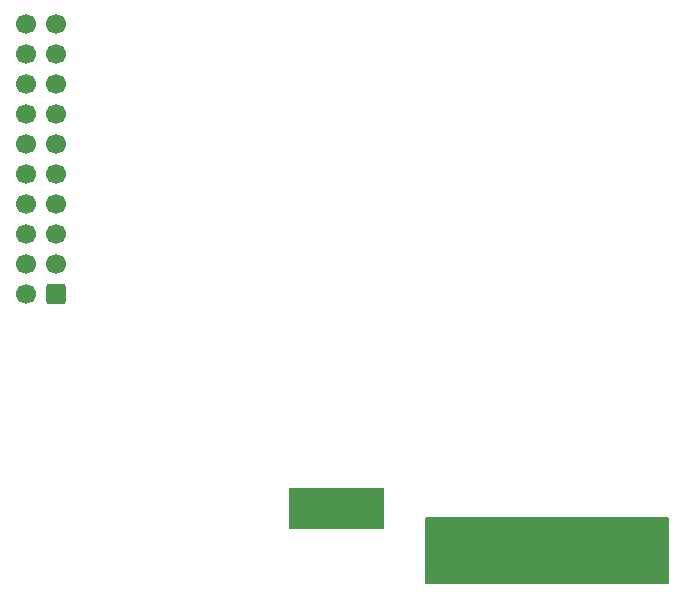
<source format=gbr>
%TF.GenerationSoftware,KiCad,Pcbnew,9.0.3*%
%TF.CreationDate,2025-08-09T18:19:05-04:00*%
%TF.ProjectId,PCIe-Aux-Signal-Breakout,50434965-2d41-4757-982d-5369676e616c,rev?*%
%TF.SameCoordinates,Original*%
%TF.FileFunction,Soldermask,Bot*%
%TF.FilePolarity,Negative*%
%FSLAX46Y46*%
G04 Gerber Fmt 4.6, Leading zero omitted, Abs format (unit mm)*
G04 Created by KiCad (PCBNEW 9.0.3) date 2025-08-09 18:19:05*
%MOMM*%
%LPD*%
G01*
G04 APERTURE LIST*
G04 Aperture macros list*
%AMRoundRect*
0 Rectangle with rounded corners*
0 $1 Rounding radius*
0 $2 $3 $4 $5 $6 $7 $8 $9 X,Y pos of 4 corners*
0 Add a 4 corners polygon primitive as box body*
4,1,4,$2,$3,$4,$5,$6,$7,$8,$9,$2,$3,0*
0 Add four circle primitives for the rounded corners*
1,1,$1+$1,$2,$3*
1,1,$1+$1,$4,$5*
1,1,$1+$1,$6,$7*
1,1,$1+$1,$8,$9*
0 Add four rect primitives between the rounded corners*
20,1,$1+$1,$2,$3,$4,$5,0*
20,1,$1+$1,$4,$5,$6,$7,0*
20,1,$1+$1,$6,$7,$8,$9,0*
20,1,$1+$1,$8,$9,$2,$3,0*%
G04 Aperture macros list end*
%ADD10C,0.000000*%
%ADD11C,0.200000*%
%ADD12RoundRect,0.250000X0.600000X0.600000X-0.600000X0.600000X-0.600000X-0.600000X0.600000X-0.600000X0*%
%ADD13C,1.700000*%
G04 APERTURE END LIST*
D10*
%TO.C,J1*%
G36*
X87590000Y-136120000D02*
G01*
X79590000Y-136120000D01*
X79590000Y-132620000D01*
X87590000Y-132620000D01*
X87590000Y-136120000D01*
G37*
D11*
X111640000Y-140620000D02*
X91140000Y-140620000D01*
X91140000Y-135120000D01*
X111640000Y-135120000D01*
X111640000Y-140620000D01*
G36*
X111640000Y-140620000D02*
G01*
X91140000Y-140620000D01*
X91140000Y-135120000D01*
X111640000Y-135120000D01*
X111640000Y-140620000D01*
G37*
%TD*%
D12*
%TO.C,J3*%
X59877500Y-116180000D03*
D13*
X57337500Y-116180000D03*
X59877500Y-113640000D03*
X57337500Y-113640000D03*
X59877500Y-111100000D03*
X57337500Y-111100000D03*
X59877500Y-108560000D03*
X57337500Y-108560000D03*
X59877500Y-106020000D03*
X57337500Y-106020000D03*
X59877500Y-103480000D03*
X57337500Y-103480000D03*
X59877500Y-100940000D03*
X57337500Y-100940000D03*
X59877500Y-98400000D03*
X57337500Y-98400000D03*
X59877500Y-95860000D03*
X57337500Y-95860000D03*
X59877500Y-93320000D03*
X57337500Y-93320000D03*
%TD*%
M02*

</source>
